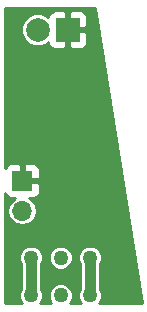
<source format=gbl>
G04 #@! TF.FileFunction,Copper,L2,Bot,Signal*
%FSLAX46Y46*%
G04 Gerber Fmt 4.6, Leading zero omitted, Abs format (unit mm)*
G04 Created by KiCad (PCBNEW 4.0.5) date 01/10/17 19:52:31*
%MOMM*%
%LPD*%
G01*
G04 APERTURE LIST*
%ADD10C,0.150000*%
%ADD11R,2.000000X2.000000*%
%ADD12C,2.000000*%
%ADD13R,1.700000X1.700000*%
%ADD14O,1.700000X1.700000*%
%ADD15C,1.270000*%
%ADD16C,0.685800*%
%ADD17C,0.914400*%
%ADD18C,0.254000*%
G04 APERTURE END LIST*
D10*
D11*
X129300000Y-54925000D03*
D12*
X126760000Y-54925000D03*
D13*
X125450000Y-67725000D03*
D14*
X125450000Y-70265000D03*
D15*
X126212400Y-74224800D03*
X128701600Y-74224800D03*
X131190800Y-74224800D03*
X126212400Y-77425200D03*
X128701600Y-77425200D03*
X131190800Y-77425200D03*
D16*
X132700000Y-63675000D03*
D17*
X126212400Y-77425200D02*
X126212400Y-74224800D01*
X131190800Y-77425200D02*
X131190800Y-74224800D01*
D18*
G36*
X135595687Y-78069000D02*
X131983972Y-78069000D01*
X132051621Y-78001469D01*
X132206624Y-77628182D01*
X132206976Y-77223992D01*
X132052625Y-76850434D01*
X132029000Y-76826768D01*
X132029000Y-74823651D01*
X132051621Y-74801069D01*
X132206624Y-74427782D01*
X132206976Y-74023592D01*
X132052625Y-73650034D01*
X131767069Y-73363979D01*
X131393782Y-73208976D01*
X130989592Y-73208624D01*
X130616034Y-73362975D01*
X130329979Y-73648531D01*
X130174976Y-74021818D01*
X130174624Y-74426008D01*
X130328975Y-74799566D01*
X130352600Y-74823232D01*
X130352600Y-76826349D01*
X130329979Y-76848931D01*
X130174976Y-77222218D01*
X130174624Y-77626408D01*
X130328975Y-77999966D01*
X130397889Y-78069000D01*
X129494772Y-78069000D01*
X129562421Y-78001469D01*
X129717424Y-77628182D01*
X129717776Y-77223992D01*
X129563425Y-76850434D01*
X129277869Y-76564379D01*
X128904582Y-76409376D01*
X128500392Y-76409024D01*
X128126834Y-76563375D01*
X127840779Y-76848931D01*
X127685776Y-77222218D01*
X127685424Y-77626408D01*
X127839775Y-77999966D01*
X127908689Y-78069000D01*
X127005572Y-78069000D01*
X127073221Y-78001469D01*
X127228224Y-77628182D01*
X127228576Y-77223992D01*
X127074225Y-76850434D01*
X127050600Y-76826768D01*
X127050600Y-74823651D01*
X127073221Y-74801069D01*
X127228224Y-74427782D01*
X127228225Y-74426008D01*
X127685424Y-74426008D01*
X127839775Y-74799566D01*
X128125331Y-75085621D01*
X128498618Y-75240624D01*
X128902808Y-75240976D01*
X129276366Y-75086625D01*
X129562421Y-74801069D01*
X129717424Y-74427782D01*
X129717776Y-74023592D01*
X129563425Y-73650034D01*
X129277869Y-73363979D01*
X128904582Y-73208976D01*
X128500392Y-73208624D01*
X128126834Y-73362975D01*
X127840779Y-73648531D01*
X127685776Y-74021818D01*
X127685424Y-74426008D01*
X127228225Y-74426008D01*
X127228576Y-74023592D01*
X127074225Y-73650034D01*
X126788669Y-73363979D01*
X126415382Y-73208976D01*
X126011192Y-73208624D01*
X125637634Y-73362975D01*
X125351579Y-73648531D01*
X125196576Y-74021818D01*
X125196224Y-74426008D01*
X125350575Y-74799566D01*
X125374200Y-74823232D01*
X125374200Y-76826349D01*
X125351579Y-76848931D01*
X125196576Y-77222218D01*
X125196224Y-77626408D01*
X125350575Y-77999966D01*
X125419489Y-78069000D01*
X124002000Y-78069000D01*
X124002000Y-68790636D01*
X124061673Y-68934699D01*
X124240302Y-69113327D01*
X124473691Y-69210000D01*
X124831636Y-69210000D01*
X124555435Y-69394552D01*
X124288587Y-69793917D01*
X124194883Y-70265000D01*
X124288587Y-70736083D01*
X124555435Y-71135448D01*
X124954800Y-71402296D01*
X125425883Y-71496000D01*
X125474117Y-71496000D01*
X125945200Y-71402296D01*
X126344565Y-71135448D01*
X126611413Y-70736083D01*
X126705117Y-70265000D01*
X126611413Y-69793917D01*
X126344565Y-69394552D01*
X126068364Y-69210000D01*
X126426309Y-69210000D01*
X126659698Y-69113327D01*
X126838327Y-68934699D01*
X126935000Y-68701310D01*
X126935000Y-68010750D01*
X126776250Y-67852000D01*
X125577000Y-67852000D01*
X125577000Y-67872000D01*
X125323000Y-67872000D01*
X125323000Y-67852000D01*
X125303000Y-67852000D01*
X125303000Y-67598000D01*
X125323000Y-67598000D01*
X125323000Y-66398750D01*
X125577000Y-66398750D01*
X125577000Y-67598000D01*
X126776250Y-67598000D01*
X126935000Y-67439250D01*
X126935000Y-66748690D01*
X126838327Y-66515301D01*
X126659698Y-66336673D01*
X126426309Y-66240000D01*
X125735750Y-66240000D01*
X125577000Y-66398750D01*
X125323000Y-66398750D01*
X125164250Y-66240000D01*
X124473691Y-66240000D01*
X124240302Y-66336673D01*
X124061673Y-66515301D01*
X124002000Y-66659364D01*
X124002000Y-55198493D01*
X125378761Y-55198493D01*
X125588563Y-55706251D01*
X125976705Y-56095072D01*
X126484097Y-56305759D01*
X127033493Y-56306239D01*
X127541251Y-56096437D01*
X127665000Y-55972904D01*
X127665000Y-56051309D01*
X127761673Y-56284698D01*
X127940301Y-56463327D01*
X128173690Y-56560000D01*
X129014250Y-56560000D01*
X129173000Y-56401250D01*
X129173000Y-55052000D01*
X129427000Y-55052000D01*
X129427000Y-56401250D01*
X129585750Y-56560000D01*
X130426310Y-56560000D01*
X130659699Y-56463327D01*
X130838327Y-56284698D01*
X130935000Y-56051309D01*
X130935000Y-55210750D01*
X130776250Y-55052000D01*
X129427000Y-55052000D01*
X129173000Y-55052000D01*
X129153000Y-55052000D01*
X129153000Y-54798000D01*
X129173000Y-54798000D01*
X129173000Y-53448750D01*
X129427000Y-53448750D01*
X129427000Y-54798000D01*
X130776250Y-54798000D01*
X130935000Y-54639250D01*
X130935000Y-53798691D01*
X130838327Y-53565302D01*
X130659699Y-53386673D01*
X130426310Y-53290000D01*
X129585750Y-53290000D01*
X129427000Y-53448750D01*
X129173000Y-53448750D01*
X129014250Y-53290000D01*
X128173690Y-53290000D01*
X127940301Y-53386673D01*
X127761673Y-53565302D01*
X127665000Y-53798691D01*
X127665000Y-53876846D01*
X127543295Y-53754928D01*
X127035903Y-53544241D01*
X126486507Y-53543761D01*
X125978749Y-53753563D01*
X125589928Y-54141705D01*
X125379241Y-54649097D01*
X125378761Y-55198493D01*
X124002000Y-55198493D01*
X124002000Y-53123300D01*
X131660856Y-53123300D01*
X135595687Y-78069000D01*
X135595687Y-78069000D01*
G37*
X135595687Y-78069000D02*
X131983972Y-78069000D01*
X132051621Y-78001469D01*
X132206624Y-77628182D01*
X132206976Y-77223992D01*
X132052625Y-76850434D01*
X132029000Y-76826768D01*
X132029000Y-74823651D01*
X132051621Y-74801069D01*
X132206624Y-74427782D01*
X132206976Y-74023592D01*
X132052625Y-73650034D01*
X131767069Y-73363979D01*
X131393782Y-73208976D01*
X130989592Y-73208624D01*
X130616034Y-73362975D01*
X130329979Y-73648531D01*
X130174976Y-74021818D01*
X130174624Y-74426008D01*
X130328975Y-74799566D01*
X130352600Y-74823232D01*
X130352600Y-76826349D01*
X130329979Y-76848931D01*
X130174976Y-77222218D01*
X130174624Y-77626408D01*
X130328975Y-77999966D01*
X130397889Y-78069000D01*
X129494772Y-78069000D01*
X129562421Y-78001469D01*
X129717424Y-77628182D01*
X129717776Y-77223992D01*
X129563425Y-76850434D01*
X129277869Y-76564379D01*
X128904582Y-76409376D01*
X128500392Y-76409024D01*
X128126834Y-76563375D01*
X127840779Y-76848931D01*
X127685776Y-77222218D01*
X127685424Y-77626408D01*
X127839775Y-77999966D01*
X127908689Y-78069000D01*
X127005572Y-78069000D01*
X127073221Y-78001469D01*
X127228224Y-77628182D01*
X127228576Y-77223992D01*
X127074225Y-76850434D01*
X127050600Y-76826768D01*
X127050600Y-74823651D01*
X127073221Y-74801069D01*
X127228224Y-74427782D01*
X127228225Y-74426008D01*
X127685424Y-74426008D01*
X127839775Y-74799566D01*
X128125331Y-75085621D01*
X128498618Y-75240624D01*
X128902808Y-75240976D01*
X129276366Y-75086625D01*
X129562421Y-74801069D01*
X129717424Y-74427782D01*
X129717776Y-74023592D01*
X129563425Y-73650034D01*
X129277869Y-73363979D01*
X128904582Y-73208976D01*
X128500392Y-73208624D01*
X128126834Y-73362975D01*
X127840779Y-73648531D01*
X127685776Y-74021818D01*
X127685424Y-74426008D01*
X127228225Y-74426008D01*
X127228576Y-74023592D01*
X127074225Y-73650034D01*
X126788669Y-73363979D01*
X126415382Y-73208976D01*
X126011192Y-73208624D01*
X125637634Y-73362975D01*
X125351579Y-73648531D01*
X125196576Y-74021818D01*
X125196224Y-74426008D01*
X125350575Y-74799566D01*
X125374200Y-74823232D01*
X125374200Y-76826349D01*
X125351579Y-76848931D01*
X125196576Y-77222218D01*
X125196224Y-77626408D01*
X125350575Y-77999966D01*
X125419489Y-78069000D01*
X124002000Y-78069000D01*
X124002000Y-68790636D01*
X124061673Y-68934699D01*
X124240302Y-69113327D01*
X124473691Y-69210000D01*
X124831636Y-69210000D01*
X124555435Y-69394552D01*
X124288587Y-69793917D01*
X124194883Y-70265000D01*
X124288587Y-70736083D01*
X124555435Y-71135448D01*
X124954800Y-71402296D01*
X125425883Y-71496000D01*
X125474117Y-71496000D01*
X125945200Y-71402296D01*
X126344565Y-71135448D01*
X126611413Y-70736083D01*
X126705117Y-70265000D01*
X126611413Y-69793917D01*
X126344565Y-69394552D01*
X126068364Y-69210000D01*
X126426309Y-69210000D01*
X126659698Y-69113327D01*
X126838327Y-68934699D01*
X126935000Y-68701310D01*
X126935000Y-68010750D01*
X126776250Y-67852000D01*
X125577000Y-67852000D01*
X125577000Y-67872000D01*
X125323000Y-67872000D01*
X125323000Y-67852000D01*
X125303000Y-67852000D01*
X125303000Y-67598000D01*
X125323000Y-67598000D01*
X125323000Y-66398750D01*
X125577000Y-66398750D01*
X125577000Y-67598000D01*
X126776250Y-67598000D01*
X126935000Y-67439250D01*
X126935000Y-66748690D01*
X126838327Y-66515301D01*
X126659698Y-66336673D01*
X126426309Y-66240000D01*
X125735750Y-66240000D01*
X125577000Y-66398750D01*
X125323000Y-66398750D01*
X125164250Y-66240000D01*
X124473691Y-66240000D01*
X124240302Y-66336673D01*
X124061673Y-66515301D01*
X124002000Y-66659364D01*
X124002000Y-55198493D01*
X125378761Y-55198493D01*
X125588563Y-55706251D01*
X125976705Y-56095072D01*
X126484097Y-56305759D01*
X127033493Y-56306239D01*
X127541251Y-56096437D01*
X127665000Y-55972904D01*
X127665000Y-56051309D01*
X127761673Y-56284698D01*
X127940301Y-56463327D01*
X128173690Y-56560000D01*
X129014250Y-56560000D01*
X129173000Y-56401250D01*
X129173000Y-55052000D01*
X129427000Y-55052000D01*
X129427000Y-56401250D01*
X129585750Y-56560000D01*
X130426310Y-56560000D01*
X130659699Y-56463327D01*
X130838327Y-56284698D01*
X130935000Y-56051309D01*
X130935000Y-55210750D01*
X130776250Y-55052000D01*
X129427000Y-55052000D01*
X129173000Y-55052000D01*
X129153000Y-55052000D01*
X129153000Y-54798000D01*
X129173000Y-54798000D01*
X129173000Y-53448750D01*
X129427000Y-53448750D01*
X129427000Y-54798000D01*
X130776250Y-54798000D01*
X130935000Y-54639250D01*
X130935000Y-53798691D01*
X130838327Y-53565302D01*
X130659699Y-53386673D01*
X130426310Y-53290000D01*
X129585750Y-53290000D01*
X129427000Y-53448750D01*
X129173000Y-53448750D01*
X129014250Y-53290000D01*
X128173690Y-53290000D01*
X127940301Y-53386673D01*
X127761673Y-53565302D01*
X127665000Y-53798691D01*
X127665000Y-53876846D01*
X127543295Y-53754928D01*
X127035903Y-53544241D01*
X126486507Y-53543761D01*
X125978749Y-53753563D01*
X125589928Y-54141705D01*
X125379241Y-54649097D01*
X125378761Y-55198493D01*
X124002000Y-55198493D01*
X124002000Y-53123300D01*
X131660856Y-53123300D01*
X135595687Y-78069000D01*
M02*

</source>
